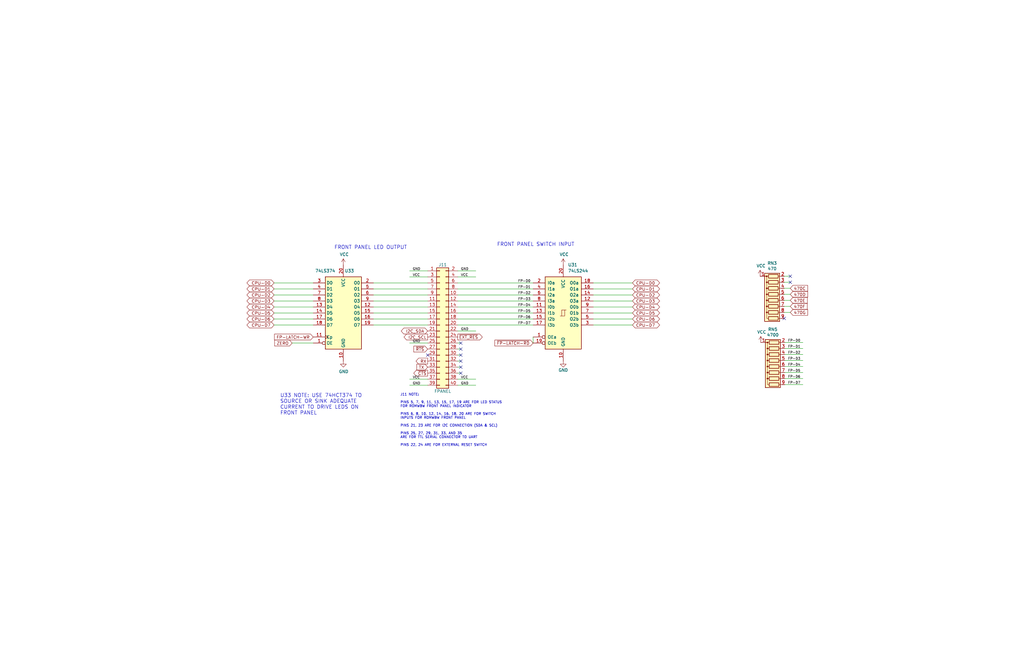
<source format=kicad_sch>
(kicad_sch (version 20211123) (generator eeschema)

  (uuid 2340b016-b90d-432d-884f-0e4647fe9b47)

  (paper "B")

  (title_block
    (title "Duodyne 80C188 CPU board")
    (date "2024-09-14")
    (rev "V0.7")
    (comment 1 "Based on a design by John R Coffman. ")
    (comment 2 " RetroBrew Computer Group")
  )

  (lib_symbols
    (symbol "74xx:74HCT374" (in_bom yes) (on_board yes)
      (property "Reference" "U" (id 0) (at -7.62 16.51 0)
        (effects (font (size 1.27 1.27)))
      )
      (property "Value" "74HCT374" (id 1) (at -7.62 -16.51 0)
        (effects (font (size 1.27 1.27)))
      )
      (property "Footprint" "" (id 2) (at 0 0 0)
        (effects (font (size 1.27 1.27)) hide)
      )
      (property "Datasheet" "https://www.ti.com/lit/ds/symlink/cd74hct374.pdf" (id 3) (at 0 0 0)
        (effects (font (size 1.27 1.27)) hide)
      )
      (property "ki_keywords" "HCTMOS DFF DFF8 REG 3State" (id 4) (at 0 0 0)
        (effects (font (size 1.27 1.27)) hide)
      )
      (property "ki_description" "8-bit Register, 3-state outputs" (id 5) (at 0 0 0)
        (effects (font (size 1.27 1.27)) hide)
      )
      (property "ki_fp_filters" "DIP?20* SOIC?20* SO?20*" (id 6) (at 0 0 0)
        (effects (font (size 1.27 1.27)) hide)
      )
      (symbol "74HCT374_1_0"
        (pin input inverted (at -12.7 -12.7 0) (length 5.08)
          (name "OE" (effects (font (size 1.27 1.27))))
          (number "1" (effects (font (size 1.27 1.27))))
        )
        (pin power_in line (at 0 -20.32 90) (length 5.08)
          (name "GND" (effects (font (size 1.27 1.27))))
          (number "10" (effects (font (size 1.27 1.27))))
        )
        (pin input clock (at -12.7 -10.16 0) (length 5.08)
          (name "Cp" (effects (font (size 1.27 1.27))))
          (number "11" (effects (font (size 1.27 1.27))))
        )
        (pin tri_state line (at 12.7 2.54 180) (length 5.08)
          (name "O4" (effects (font (size 1.27 1.27))))
          (number "12" (effects (font (size 1.27 1.27))))
        )
        (pin input line (at -12.7 2.54 0) (length 5.08)
          (name "D4" (effects (font (size 1.27 1.27))))
          (number "13" (effects (font (size 1.27 1.27))))
        )
        (pin input line (at -12.7 0 0) (length 5.08)
          (name "D5" (effects (font (size 1.27 1.27))))
          (number "14" (effects (font (size 1.27 1.27))))
        )
        (pin tri_state line (at 12.7 0 180) (length 5.08)
          (name "O5" (effects (font (size 1.27 1.27))))
          (number "15" (effects (font (size 1.27 1.27))))
        )
        (pin tri_state line (at 12.7 -2.54 180) (length 5.08)
          (name "O6" (effects (font (size 1.27 1.27))))
          (number "16" (effects (font (size 1.27 1.27))))
        )
        (pin input line (at -12.7 -2.54 0) (length 5.08)
          (name "D6" (effects (font (size 1.27 1.27))))
          (number "17" (effects (font (size 1.27 1.27))))
        )
        (pin input line (at -12.7 -5.08 0) (length 5.08)
          (name "D7" (effects (font (size 1.27 1.27))))
          (number "18" (effects (font (size 1.27 1.27))))
        )
        (pin tri_state line (at 12.7 -5.08 180) (length 5.08)
          (name "O7" (effects (font (size 1.27 1.27))))
          (number "19" (effects (font (size 1.27 1.27))))
        )
        (pin tri_state line (at 12.7 12.7 180) (length 5.08)
          (name "O0" (effects (font (size 1.27 1.27))))
          (number "2" (effects (font (size 1.27 1.27))))
        )
        (pin power_in line (at 0 20.32 270) (length 5.08)
          (name "VCC" (effects (font (size 1.27 1.27))))
          (number "20" (effects (font (size 1.27 1.27))))
        )
        (pin input line (at -12.7 12.7 0) (length 5.08)
          (name "D0" (effects (font (size 1.27 1.27))))
          (number "3" (effects (font (size 1.27 1.27))))
        )
        (pin input line (at -12.7 10.16 0) (length 5.08)
          (name "D1" (effects (font (size 1.27 1.27))))
          (number "4" (effects (font (size 1.27 1.27))))
        )
        (pin tri_state line (at 12.7 10.16 180) (length 5.08)
          (name "O1" (effects (font (size 1.27 1.27))))
          (number "5" (effects (font (size 1.27 1.27))))
        )
        (pin tri_state line (at 12.7 7.62 180) (length 5.08)
          (name "O2" (effects (font (size 1.27 1.27))))
          (number "6" (effects (font (size 1.27 1.27))))
        )
        (pin input line (at -12.7 7.62 0) (length 5.08)
          (name "D2" (effects (font (size 1.27 1.27))))
          (number "7" (effects (font (size 1.27 1.27))))
        )
        (pin input line (at -12.7 5.08 0) (length 5.08)
          (name "D3" (effects (font (size 1.27 1.27))))
          (number "8" (effects (font (size 1.27 1.27))))
        )
        (pin tri_state line (at 12.7 5.08 180) (length 5.08)
          (name "O3" (effects (font (size 1.27 1.27))))
          (number "9" (effects (font (size 1.27 1.27))))
        )
      )
      (symbol "74HCT374_1_1"
        (rectangle (start -7.62 15.24) (end 7.62 -15.24)
          (stroke (width 0.254) (type default) (color 0 0 0 0))
          (fill (type background))
        )
      )
    )
    (symbol "74xx:74LS244" (pin_names (offset 1.016)) (in_bom yes) (on_board yes)
      (property "Reference" "U" (id 0) (at -7.62 16.51 0)
        (effects (font (size 1.27 1.27)))
      )
      (property "Value" "74LS244" (id 1) (at -7.62 -16.51 0)
        (effects (font (size 1.27 1.27)))
      )
      (property "Footprint" "" (id 2) (at 0 0 0)
        (effects (font (size 1.27 1.27)) hide)
      )
      (property "Datasheet" "http://www.ti.com/lit/ds/symlink/sn74ls244.pdf" (id 3) (at 0 0 0)
        (effects (font (size 1.27 1.27)) hide)
      )
      (property "ki_keywords" "7400 logic ttl low power schottky" (id 4) (at 0 0 0)
        (effects (font (size 1.27 1.27)) hide)
      )
      (property "ki_description" "Octal Buffer and Line Driver With 3-State Output, active-low enables, non-inverting outputs" (id 5) (at 0 0 0)
        (effects (font (size 1.27 1.27)) hide)
      )
      (property "ki_fp_filters" "DIP?20*" (id 6) (at 0 0 0)
        (effects (font (size 1.27 1.27)) hide)
      )
      (symbol "74LS244_1_0"
        (polyline
          (pts
            (xy -0.635 -1.27)
            (xy -0.635 1.27)
            (xy 0.635 1.27)
          )
          (stroke (width 0) (type default) (color 0 0 0 0))
          (fill (type none))
        )
        (polyline
          (pts
            (xy -1.27 -1.27)
            (xy 0.635 -1.27)
            (xy 0.635 1.27)
            (xy 1.27 1.27)
          )
          (stroke (width 0) (type default) (color 0 0 0 0))
          (fill (type none))
        )
        (pin input inverted (at -12.7 -10.16 0) (length 5.08)
          (name "OEa" (effects (font (size 1.27 1.27))))
          (number "1" (effects (font (size 1.27 1.27))))
        )
        (pin power_in line (at 0 -20.32 90) (length 5.08)
          (name "GND" (effects (font (size 1.27 1.27))))
          (number "10" (effects (font (size 1.27 1.27))))
        )
        (pin input line (at -12.7 2.54 0) (length 5.08)
          (name "I0b" (effects (font (size 1.27 1.27))))
          (number "11" (effects (font (size 1.27 1.27))))
        )
        (pin tri_state line (at 12.7 5.08 180) (length 5.08)
          (name "O3a" (effects (font (size 1.27 1.27))))
          (number "12" (effects (font (size 1.27 1.27))))
        )
        (pin input line (at -12.7 0 0) (length 5.08)
          (name "I1b" (effects (font (size 1.27 1.27))))
          (number "13" (effects (font (size 1.27 1.27))))
        )
        (pin tri_state line (at 12.7 7.62 180) (length 5.08)
          (name "O2a" (effects (font (size 1.27 1.27))))
          (number "14" (effects (font (size 1.27 1.27))))
        )
        (pin input line (at -12.7 -2.54 0) (length 5.08)
          (name "I2b" (effects (font (size 1.27 1.27))))
          (number "15" (effects (font (size 1.27 1.27))))
        )
        (pin tri_state line (at 12.7 10.16 180) (length 5.08)
          (name "O1a" (effects (font (size 1.27 1.27))))
          (number "16" (effects (font (size 1.27 1.27))))
        )
        (pin input line (at -12.7 -5.08 0) (length 5.08)
          (name "I3b" (effects (font (size 1.27 1.27))))
          (number "17" (effects (font (size 1.27 1.27))))
        )
        (pin tri_state line (at 12.7 12.7 180) (length 5.08)
          (name "O0a" (effects (font (size 1.27 1.27))))
          (number "18" (effects (font (size 1.27 1.27))))
        )
        (pin input inverted (at -12.7 -12.7 0) (length 5.08)
          (name "OEb" (effects (font (size 1.27 1.27))))
          (number "19" (effects (font (size 1.27 1.27))))
        )
        (pin input line (at -12.7 12.7 0) (length 5.08)
          (name "I0a" (effects (font (size 1.27 1.27))))
          (number "2" (effects (font (size 1.27 1.27))))
        )
        (pin power_in line (at 0 20.32 270) (length 5.08)
          (name "VCC" (effects (font (size 1.27 1.27))))
          (number "20" (effects (font (size 1.27 1.27))))
        )
        (pin tri_state line (at 12.7 -5.08 180) (length 5.08)
          (name "O3b" (effects (font (size 1.27 1.27))))
          (number "3" (effects (font (size 1.27 1.27))))
        )
        (pin input line (at -12.7 10.16 0) (length 5.08)
          (name "I1a" (effects (font (size 1.27 1.27))))
          (number "4" (effects (font (size 1.27 1.27))))
        )
        (pin tri_state line (at 12.7 -2.54 180) (length 5.08)
          (name "O2b" (effects (font (size 1.27 1.27))))
          (number "5" (effects (font (size 1.27 1.27))))
        )
        (pin input line (at -12.7 7.62 0) (length 5.08)
          (name "I2a" (effects (font (size 1.27 1.27))))
          (number "6" (effects (font (size 1.27 1.27))))
        )
        (pin tri_state line (at 12.7 0 180) (length 5.08)
          (name "O1b" (effects (font (size 1.27 1.27))))
          (number "7" (effects (font (size 1.27 1.27))))
        )
        (pin input line (at -12.7 5.08 0) (length 5.08)
          (name "I3a" (effects (font (size 1.27 1.27))))
          (number "8" (effects (font (size 1.27 1.27))))
        )
        (pin tri_state line (at 12.7 2.54 180) (length 5.08)
          (name "O0b" (effects (font (size 1.27 1.27))))
          (number "9" (effects (font (size 1.27 1.27))))
        )
      )
      (symbol "74LS244_1_1"
        (rectangle (start -7.62 15.24) (end 7.62 -15.24)
          (stroke (width 0.254) (type default) (color 0 0 0 0))
          (fill (type background))
        )
      )
    )
    (symbol "Connector_Generic:Conn_02x20_Odd_Even" (pin_names (offset 1.016) hide) (in_bom yes) (on_board yes)
      (property "Reference" "J" (id 0) (at 1.27 25.4 0)
        (effects (font (size 1.27 1.27)))
      )
      (property "Value" "Conn_02x20_Odd_Even" (id 1) (at 1.27 -27.94 0)
        (effects (font (size 1.27 1.27)))
      )
      (property "Footprint" "" (id 2) (at 0 0 0)
        (effects (font (size 1.27 1.27)) hide)
      )
      (property "Datasheet" "~" (id 3) (at 0 0 0)
        (effects (font (size 1.27 1.27)) hide)
      )
      (property "ki_keywords" "connector" (id 4) (at 0 0 0)
        (effects (font (size 1.27 1.27)) hide)
      )
      (property "ki_description" "Generic connector, double row, 02x20, odd/even pin numbering scheme (row 1 odd numbers, row 2 even numbers), script generated (kicad-library-utils/schlib/autogen/connector/)" (id 5) (at 0 0 0)
        (effects (font (size 1.27 1.27)) hide)
      )
      (property "ki_fp_filters" "Connector*:*_2x??_*" (id 6) (at 0 0 0)
        (effects (font (size 1.27 1.27)) hide)
      )
      (symbol "Conn_02x20_Odd_Even_1_1"
        (rectangle (start -1.27 -25.273) (end 0 -25.527)
          (stroke (width 0.1524) (type default) (color 0 0 0 0))
          (fill (type none))
        )
        (rectangle (start -1.27 -22.733) (end 0 -22.987)
          (stroke (width 0.1524) (type default) (color 0 0 0 0))
          (fill (type none))
        )
        (rectangle (start -1.27 -20.193) (end 0 -20.447)
          (stroke (width 0.1524) (type default) (color 0 0 0 0))
          (fill (type none))
        )
        (rectangle (start -1.27 -17.653) (end 0 -17.907)
          (stroke (width 0.1524) (type default) (color 0 0 0 0))
          (fill (type none))
        )
        (rectangle (start -1.27 -15.113) (end 0 -15.367)
          (stroke (width 0.1524) (type default) (color 0 0 0 0))
          (fill (type none))
        )
        (rectangle (start -1.27 -12.573) (end 0 -12.827)
          (stroke (width 0.1524) (type default) (color 0 0 0 0))
          (fill (type none))
        )
        (rectangle (start -1.27 -10.033) (end 0 -10.287)
          (stroke (width 0.1524) (type default) (color 0 0 0 0))
          (fill (type none))
        )
        (rectangle (start -1.27 -7.493) (end 0 -7.747)
          (stroke (width 0.1524) (type default) (color 0 0 0 0))
          (fill (type none))
        )
        (rectangle (start -1.27 -4.953) (end 0 -5.207)
          (stroke (width 0.1524) (type default) (color 0 0 0 0))
          (fill (type none))
        )
        (rectangle (start -1.27 -2.413) (end 0 -2.667)
          (stroke (width 0.1524) (type default) (color 0 0 0 0))
          (fill (type none))
        )
        (rectangle (start -1.27 0.127) (end 0 -0.127)
          (stroke (width 0.1524) (type default) (color 0 0 0 0))
          (fill (type none))
        )
        (rectangle (start -1.27 2.667) (end 0 2.413)
          (stroke (width 0.1524) (type default) (color 0 0 0 0))
          (fill (type none))
        )
        (rectangle (start -1.27 5.207) (end 0 4.953)
          (stroke (width 0.1524) (type default) (color 0 0 0 0))
          (fill (type none))
        )
        (rectangle (start -1.27 7.747) (end 0 7.493)
          (stroke (width 0.1524) (type default) (color 0 0 0 0))
          (fill (type none))
        )
        (rectangle (start -1.27 10.287) (end 0 10.033)
          (stroke (width 0.1524) (type default) (color 0 0 0 0))
          (fill (type none))
        )
        (rectangle (start -1.27 12.827) (end 0 12.573)
          (stroke (width 0.1524) (type default) (color 0 0 0 0))
          (fill (type none))
        )
        (rectangle (start -1.27 15.367) (end 0 15.113)
          (stroke (width 0.1524) (type default) (color 0 0 0 0))
          (fill (type none))
        )
        (rectangle (start -1.27 17.907) (end 0 17.653)
          (stroke (width 0.1524) (type default) (color 0 0 0 0))
          (fill (type none))
        )
        (rectangle (start -1.27 20.447) (end 0 20.193)
          (stroke (width 0.1524) (type default) (color 0 0 0 0))
          (fill (type none))
        )
        (rectangle (start -1.27 22.987) (end 0 22.733)
          (stroke (width 0.1524) (type default) (color 0 0 0 0))
          (fill (type none))
        )
        (rectangle (start -1.27 24.13) (end 3.81 -26.67)
          (stroke (width 0.254) (type default) (color 0 0 0 0))
          (fill (type background))
        )
        (rectangle (start 3.81 -25.273) (end 2.54 -25.527)
          (stroke (width 0.1524) (type default) (color 0 0 0 0))
          (fill (type none))
        )
        (rectangle (start 3.81 -22.733) (end 2.54 -22.987)
          (stroke (width 0.1524) (type default) (color 0 0 0 0))
          (fill (type none))
        )
        (rectangle (start 3.81 -20.193) (end 2.54 -20.447)
          (stroke (width 0.1524) (type default) (color 0 0 0 0))
          (fill (type none))
        )
        (rectangle (start 3.81 -17.653) (end 2.54 -17.907)
          (stroke (width 0.1524) (type default) (color 0 0 0 0))
          (fill (type none))
        )
        (rectangle (start 3.81 -15.113) (end 2.54 -15.367)
          (stroke (width 0.1524) (type default) (color 0 0 0 0))
          (fill (type none))
        )
        (rectangle (start 3.81 -12.573) (end 2.54 -12.827)
          (stroke (width 0.1524) (type default) (color 0 0 0 0))
          (fill (type none))
        )
        (rectangle (start 3.81 -10.033) (end 2.54 -10.287)
          (stroke (width 0.1524) (type default) (color 0 0 0 0))
          (fill (type none))
        )
        (rectangle (start 3.81 -7.493) (end 2.54 -7.747)
          (stroke (width 0.1524) (type default) (color 0 0 0 0))
          (fill (type none))
        )
        (rectangle (start 3.81 -4.953) (end 2.54 -5.207)
          (stroke (width 0.1524) (type default) (color 0 0 0 0))
          (fill (type none))
        )
        (rectangle (start 3.81 -2.413) (end 2.54 -2.667)
          (stroke (width 0.1524) (type default) (color 0 0 0 0))
          (fill (type none))
        )
        (rectangle (start 3.81 0.127) (end 2.54 -0.127)
          (stroke (width 0.1524) (type default) (color 0 0 0 0))
          (fill (type none))
        )
        (rectangle (start 3.81 2.667) (end 2.54 2.413)
          (stroke (width 0.1524) (type default) (color 0 0 0 0))
          (fill (type none))
        )
        (rectangle (start 3.81 5.207) (end 2.54 4.953)
          (stroke (width 0.1524) (type default) (color 0 0 0 0))
          (fill (type none))
        )
        (rectangle (start 3.81 7.747) (end 2.54 7.493)
          (stroke (width 0.1524) (type default) (color 0 0 0 0))
          (fill (type none))
        )
        (rectangle (start 3.81 10.287) (end 2.54 10.033)
          (stroke (width 0.1524) (type default) (color 0 0 0 0))
          (fill (type none))
        )
        (rectangle (start 3.81 12.827) (end 2.54 12.573)
          (stroke (width 0.1524) (type default) (color 0 0 0 0))
          (fill (type none))
        )
        (rectangle (start 3.81 15.367) (end 2.54 15.113)
          (stroke (width 0.1524) (type default) (color 0 0 0 0))
          (fill (type none))
        )
        (rectangle (start 3.81 17.907) (end 2.54 17.653)
          (stroke (width 0.1524) (type default) (color 0 0 0 0))
          (fill (type none))
        )
        (rectangle (start 3.81 20.447) (end 2.54 20.193)
          (stroke (width 0.1524) (type default) (color 0 0 0 0))
          (fill (type none))
        )
        (rectangle (start 3.81 22.987) (end 2.54 22.733)
          (stroke (width 0.1524) (type default) (color 0 0 0 0))
          (fill (type none))
        )
        (pin passive line (at -5.08 22.86 0) (length 3.81)
          (name "Pin_1" (effects (font (size 1.27 1.27))))
          (number "1" (effects (font (size 1.27 1.27))))
        )
        (pin passive line (at 7.62 12.7 180) (length 3.81)
          (name "Pin_10" (effects (font (size 1.27 1.27))))
          (number "10" (effects (font (size 1.27 1.27))))
        )
        (pin passive line (at -5.08 10.16 0) (length 3.81)
          (name "Pin_11" (effects (font (size 1.27 1.27))))
          (number "11" (effects (font (size 1.27 1.27))))
        )
        (pin passive line (at 7.62 10.16 180) (length 3.81)
          (name "Pin_12" (effects (font (size 1.27 1.27))))
          (number "12" (effects (font (size 1.27 1.27))))
        )
        (pin passive line (at -5.08 7.62 0) (length 3.81)
          (name "Pin_13" (effects (font (size 1.27 1.27))))
          (number "13" (effects (font (size 1.27 1.27))))
        )
        (pin passive line (at 7.62 7.62 180) (length 3.81)
          (name "Pin_14" (effects (font (size 1.27 1.27))))
          (number "14" (effects (font (size 1.27 1.27))))
        )
        (pin passive line (at -5.08 5.08 0) (length 3.81)
          (name "Pin_15" (effects (font (size 1.27 1.27))))
          (number "15" (effects (font (size 1.27 1.27))))
        )
        (pin passive line (at 7.62 5.08 180) (length 3.81)
          (name "Pin_16" (effects (font (size 1.27 1.27))))
          (number "16" (effects (font (size 1.27 1.27))))
        )
        (pin passive line (at -5.08 2.54 0) (length 3.81)
          (name "Pin_17" (effects (font (size 1.27 1.27))))
          (number "17" (effects (font (size 1.27 1.27))))
        )
        (pin passive line (at 7.62 2.54 180) (length 3.81)
          (name "Pin_18" (effects (font (size 1.27 1.27))))
          (number "18" (effects (font (size 1.27 1.27))))
        )
        (pin passive line (at -5.08 0 0) (length 3.81)
          (name "Pin_19" (effects (font (size 1.27 1.27))))
          (number "19" (effects (font (size 1.27 1.27))))
        )
        (pin passive line (at 7.62 22.86 180) (length 3.81)
          (name "Pin_2" (effects (font (size 1.27 1.27))))
          (number "2" (effects (font (size 1.27 1.27))))
        )
        (pin passive line (at 7.62 0 180) (length 3.81)
          (name "Pin_20" (effects (font (size 1.27 1.27))))
          (number "20" (effects (font (size 1.27 1.27))))
        )
        (pin passive line (at -5.08 -2.54 0) (length 3.81)
          (name "Pin_21" (effects (font (size 1.27 1.27))))
          (number "21" (effects (font (size 1.27 1.27))))
        )
        (pin passive line (at 7.62 -2.54 180) (length 3.81)
          (name "Pin_22" (effects (font (size 1.27 1.27))))
          (number "22" (effects (font (size 1.27 1.27))))
        )
        (pin passive line (at -5.08 -5.08 0) (length 3.81)
          (name "Pin_23" (effects (font (size 1.27 1.27))))
          (number "23" (effects (font (size 1.27 1.27))))
        )
        (pin passive line (at 7.62 -5.08 180) (length 3.81)
          (name "Pin_24" (effects (font (size 1.27 1.27))))
          (number "24" (effects (font (size 1.27 1.27))))
        )
        (pin passive line (at -5.08 -7.62 0) (length 3.81)
          (name "Pin_25" (effects (font (size 1.27 1.27))))
          (number "25" (effects (font (size 1.27 1.27))))
        )
        (pin passive line (at 7.62 -7.62 180) (length 3.81)
          (name "Pin_26" (effects (font (size 1.27 1.27))))
          (number "26" (effects (font (size 1.27 1.27))))
        )
        (pin passive line (at -5.08 -10.16 0) (length 3.81)
          (name "Pin_27" (effects (font (size 1.27 1.27))))
          (number "27" (effects (font (size 1.27 1.27))))
        )
        (pin passive line (at 7.62 -10.16 180) (length 3.81)
          (name "Pin_28" (effects (font (size 1.27 1.27))))
          (number "28" (effects (font (size 1.27 1.27))))
        )
        (pin passive line (at -5.08 -12.7 0) (length 3.81)
          (name "Pin_29" (effects (font (size 1.27 1.27))))
          (number "29" (effects (font (size 1.27 1.27))))
        )
        (pin passive line (at -5.08 20.32 0) (length 3.81)
          (name "Pin_3" (effects (font (size 1.27 1.27))))
          (number "3" (effects (font (size 1.27 1.27))))
        )
        (pin passive line (at 7.62 -12.7 180) (length 3.81)
          (name "Pin_30" (effects (font (size 1.27 1.27))))
          (number "30" (effects (font (size 1.27 1.27))))
        )
        (pin passive line (at -5.08 -15.24 0) (length 3.81)
          (name "Pin_31" (effects (font (size 1.27 1.27))))
          (number "31" (effects (font (size 1.27 1.27))))
        )
        (pin passive line (at 7.62 -15.24 180) (length 3.81)
          (name "Pin_32" (effects (font (size 1.27 1.27))))
          (number "32" (effects (font (size 1.27 1.27))))
        )
        (pin passive line (at -5.08 -17.78 0) (length 3.81)
          (name "Pin_33" (effects (font (size 1.27 1.27))))
          (number "33" (effects (font (size 1.27 1.27))))
        )
        (pin passive line (at 7.62 -17.78 180) (length 3.81)
          (name "Pin_34" (effects (font (size 1.27 1.27))))
          (number "34" (effects (font (size 1.27 1.27))))
        )
        (pin passive line (at -5.08 -20.32 0) (length 3.81)
          (name "Pin_35" (effects (font (size 1.27 1.27))))
          (number "35" (effects (font (size 1.27 1.27))))
        )
        (pin passive line (at 7.62 -20.32 180) (length 3.81)
          (name "Pin_36" (effects (font (size 1.27 1.27))))
          (number "36" (effects (font (size 1.27 1.27))))
        )
        (pin passive line (at -5.08 -22.86 0) (length 3.81)
          (name "Pin_37" (effects (font (size 1.27 1.27))))
          (number "37" (effects (font (size 1.27 1.27))))
        )
        (pin passive line (at 7.62 -22.86 180) (length 3.81)
          (name "Pin_38" (effects (font (size 1.27 1.27))))
          (number "38" (effects (font (size 1.27 1.27))))
        )
        (pin passive line (at -5.08 -25.4 0) (length 3.81)
          (name "Pin_39" (effects (font (size 1.27 1.27))))
          (number "39" (effects (font (size 1.27 1.27))))
        )
        (pin passive line (at 7.62 20.32 180) (length 3.81)
          (name "Pin_4" (effects (font (size 1.27 1.27))))
          (number "4" (effects (font (size 1.27 1.27))))
        )
        (pin passive line (at 7.62 -25.4 180) (length 3.81)
          (name "Pin_40" (effects (font (size 1.27 1.27))))
          (number "40" (effects (font (size 1.27 1.27))))
        )
        (pin passive line (at -5.08 17.78 0) (length 3.81)
          (name "Pin_5" (effects (font (size 1.27 1.27))))
          (number "5" (effects (font (size 1.27 1.27))))
        )
        (pin passive line (at 7.62 17.78 180) (length 3.81)
          (name "Pin_6" (effects (font (size 1.27 1.27))))
          (number "6" (effects (font (size 1.27 1.27))))
        )
        (pin passive line (at -5.08 15.24 0) (length 3.81)
          (name "Pin_7" (effects (font (size 1.27 1.27))))
          (number "7" (effects (font (size 1.27 1.27))))
        )
        (pin passive line (at 7.62 15.24 180) (length 3.81)
          (name "Pin_8" (effects (font (size 1.27 1.27))))
          (number "8" (effects (font (size 1.27 1.27))))
        )
        (pin passive line (at -5.08 12.7 0) (length 3.81)
          (name "Pin_9" (effects (font (size 1.27 1.27))))
          (number "9" (effects (font (size 1.27 1.27))))
        )
      )
    )
    (symbol "Device:R_Network08" (pin_names (offset 0) hide) (in_bom yes) (on_board yes)
      (property "Reference" "RN" (id 0) (at -12.7 0 90)
        (effects (font (size 1.27 1.27)))
      )
      (property "Value" "R_Network08" (id 1) (at 10.16 0 90)
        (effects (font (size 1.27 1.27)))
      )
      (property "Footprint" "Resistor_THT:R_Array_SIP9" (id 2) (at 12.065 0 90)
        (effects (font (size 1.27 1.27)) hide)
      )
      (property "Datasheet" "http://www.vishay.com/docs/31509/csc.pdf" (id 3) (at 0 0 0)
        (effects (font (size 1.27 1.27)) hide)
      )
      (property "ki_keywords" "R network star-topology" (id 4) (at 0 0 0)
        (effects (font (size 1.27 1.27)) hide)
      )
      (property "ki_description" "8 resistor network, star topology, bussed resistors, small symbol" (id 5) (at 0 0 0)
        (effects (font (size 1.27 1.27)) hide)
      )
      (property "ki_fp_filters" "R?Array?SIP*" (id 6) (at 0 0 0)
        (effects (font (size 1.27 1.27)) hide)
      )
      (symbol "R_Network08_0_1"
        (rectangle (start -11.43 -3.175) (end 8.89 3.175)
          (stroke (width 0.254) (type default) (color 0 0 0 0))
          (fill (type background))
        )
        (rectangle (start -10.922 1.524) (end -9.398 -2.54)
          (stroke (width 0.254) (type default) (color 0 0 0 0))
          (fill (type none))
        )
        (circle (center -10.16 2.286) (radius 0.254)
          (stroke (width 0) (type default) (color 0 0 0 0))
          (fill (type outline))
        )
        (rectangle (start -8.382 1.524) (end -6.858 -2.54)
          (stroke (width 0.254) (type default) (color 0 0 0 0))
          (fill (type none))
        )
        (circle (center -7.62 2.286) (radius 0.254)
          (stroke (width 0) (type default) (color 0 0 0 0))
          (fill (type outline))
        )
        (rectangle (start -5.842 1.524) (end -4.318 -2.54)
          (stroke (width 0.254) (type default) (color 0 0 0 0))
          (fill (type none))
        )
        (circle (center -5.08 2.286) (radius 0.254)
          (stroke (width 0) (type default) (color 0 0 0 0))
          (fill (type outline))
        )
        (rectangle (start -3.302 1.524) (end -1.778 -2.54)
          (stroke (width 0.254) (type default) (color 0 0 0 0))
          (fill (type none))
        )
        (circle (center -2.54 2.286) (radius 0.254)
          (stroke (width 0) (type default) (color 0 0 0 0))
          (fill (type outline))
        )
        (rectangle (start -0.762 1.524) (end 0.762 -2.54)
          (stroke (width 0.254) (type default) (color 0 0 0 0))
          (fill (type none))
        )
        (polyline
          (pts
            (xy -10.16 -2.54)
            (xy -10.16 -3.81)
          )
          (stroke (width 0) (type default) (color 0 0 0 0))
          (fill (type none))
        )
        (polyline
          (pts
            (xy -7.62 -2.54)
            (xy -7.62 -3.81)
          )
          (stroke (width 0) (type default) (color 0 0 0 0))
          (fill (type none))
        )
        (polyline
          (pts
            (xy -5.08 -2.54)
            (xy -5.08 -3.81)
          )
          (stroke (width 0) (type default) (color 0 0 0 0))
          (fill (type none))
        )
        (polyline
          (pts
            (xy -2.54 -2.54)
            (xy -2.54 -3.81)
          )
          (stroke (width 0) (type default) (color 0 0 0 0))
          (fill (type none))
        )
        (polyline
          (pts
            (xy 0 -2.54)
            (xy 0 -3.81)
          )
          (stroke (width 0) (type default) (color 0 0 0 0))
          (fill (type none))
        )
        (polyline
          (pts
            (xy 2.54 -2.54)
            (xy 2.54 -3.81)
          )
          (stroke (width 0) (type default) (color 0 0 0 0))
          (fill (type none))
        )
        (polyline
          (pts
            (xy 5.08 -2.54)
            (xy 5.08 -3.81)
          )
          (stroke (width 0) (type default) (color 0 0 0 0))
          (fill (type none))
        )
        (polyline
          (pts
            (xy 7.62 -2.54)
            (xy 7.62 -3.81)
          )
          (stroke (width 0) (type default) (color 0 0 0 0))
          (fill (type none))
        )
        (polyline
          (pts
            (xy -10.16 1.524)
            (xy -10.16 2.286)
            (xy -7.62 2.286)
            (xy -7.62 1.524)
          )
          (stroke (width 0) (type default) (color 0 0 0 0))
          (fill (type none))
        )
        (polyline
          (pts
            (xy -7.62 1.524)
            (xy -7.62 2.286)
            (xy -5.08 2.286)
            (xy -5.08 1.524)
          )
          (stroke (width 0) (type default) (color 0 0 0 0))
          (fill (type none))
        )
        (polyline
          (pts
            (xy -5.08 1.524)
            (xy -5.08 2.286)
            (xy -2.54 2.286)
            (xy -2.54 1.524)
          )
          (stroke (width 0) (type default) (color 0 0 0 0))
          (fill (type none))
        )
        (polyline
          (pts
            (xy -2.54 1.524)
            (xy -2.54 2.286)
            (xy 0 2.286)
            (xy 0 1.524)
          )
          (stroke (width 0) (type default) (color 0 0 0 0))
          (fill (type none))
        )
        (polyline
          (pts
            (xy 0 1.524)
            (xy 0 2.286)
            (xy 2.54 2.286)
            (xy 2.54 1.524)
          )
          (stroke (width 0) (type default) (color 0 0 0 0))
          (fill (type none))
        )
        (polyline
          (pts
            (xy 2.54 1.524)
            (xy 2.54 2.286)
            (xy 5.08 2.286)
            (xy 5.08 1.524)
          )
          (stroke (width 0) (type default) (color 0 0 0 0))
          (fill (type none))
        )
        (polyline
          (pts
            (xy 5.08 1.524)
            (xy 5.08 2.286)
            (xy 7.62 2.286)
            (xy 7.62 1.524)
          )
          (stroke (width 0) (type default) (color 0 0 0 0))
          (fill (type none))
        )
        (circle (center 0 2.286) (radius 0.254)
          (stroke (width 0) (type default) (color 0 0 0 0))
          (fill (type outline))
        )
        (rectangle (start 1.778 1.524) (end 3.302 -2.54)
          (stroke (width 0.254) (type default) (color 0 0 0 0))
          (fill (type none))
        )
        (circle (center 2.54 2.286) (radius 0.254)
          (stroke (width 0) (type default) (color 0 0 0 0))
          (fill (type outline))
        )
        (rectangle (start 4.318 1.524) (end 5.842 -2.54)
          (stroke (width 0.254) (type default) (color 0 0 0 0))
          (fill (type none))
        )
        (circle (center 5.08 2.286) (radius 0.254)
          (stroke (width 0) (type default) (color 0 0 0 0))
          (fill (type outline))
        )
        (rectangle (start 6.858 1.524) (end 8.382 -2.54)
          (stroke (width 0.254) (type default) (color 0 0 0 0))
          (fill (type none))
        )
      )
      (symbol "R_Network08_1_1"
        (pin passive line (at -10.16 5.08 270) (length 2.54)
          (name "common" (effects (font (size 1.27 1.27))))
          (number "1" (effects (font (size 1.27 1.27))))
        )
        (pin passive line (at -10.16 -5.08 90) (length 1.27)
          (name "R1" (effects (font (size 1.27 1.27))))
          (number "2" (effects (font (size 1.27 1.27))))
        )
        (pin passive line (at -7.62 -5.08 90) (length 1.27)
          (name "R2" (effects (font (size 1.27 1.27))))
          (number "3" (effects (font (size 1.27 1.27))))
        )
        (pin passive line (at -5.08 -5.08 90) (length 1.27)
          (name "R3" (effects (font (size 1.27 1.27))))
          (number "4" (effects (font (size 1.27 1.27))))
        )
        (pin passive line (at -2.54 -5.08 90) (length 1.27)
          (name "R4" (effects (font (size 1.27 1.27))))
          (number "5" (effects (font (size 1.27 1.27))))
        )
        (pin passive line (at 0 -5.08 90) (length 1.27)
          (name "R5" (effects (font (size 1.27 1.27))))
          (number "6" (effects (font (size 1.27 1.27))))
        )
        (pin passive line (at 2.54 -5.08 90) (length 1.27)
          (name "R6" (effects (font (size 1.27 1.27))))
          (number "7" (effects (font (size 1.27 1.27))))
        )
        (pin passive line (at 5.08 -5.08 90) (length 1.27)
          (name "R7" (effects (font (size 1.27 1.27))))
          (number "8" (effects (font (size 1.27 1.27))))
        )
        (pin passive line (at 7.62 -5.08 90) (length 1.27)
          (name "R8" (effects (font (size 1.27 1.27))))
          (number "9" (effects (font (size 1.27 1.27))))
        )
      )
    )
    (symbol "power:GND" (power) (pin_names (offset 0)) (in_bom yes) (on_board yes)
      (property "Reference" "#PWR" (id 0) (at 0 -6.35 0)
        (effects (font (size 1.27 1.27)) hide)
      )
      (property "Value" "GND" (id 1) (at 0 -3.81 0)
        (effects (font (size 1.27 1.27)))
      )
      (property "Footprint" "" (id 2) (at 0 0 0)
        (effects (font (size 1.27 1.27)) hide)
      )
      (property "Datasheet" "" (id 3) (at 0 0 0)
        (effects (font (size 1.27 1.27)) hide)
      )
      (property "ki_keywords" "global power" (id 4) (at 0 0 0)
        (effects (font (size 1.27 1.27)) hide)
      )
      (property "ki_description" "Power symbol creates a global label with name \"GND\" , ground" (id 5) (at 0 0 0)
        (effects (font (size 1.27 1.27)) hide)
      )
      (symbol "GND_0_1"
        (polyline
          (pts
            (xy 0 0)
            (xy 0 -1.27)
            (xy 1.27 -1.27)
            (xy 0 -2.54)
            (xy -1.27 -1.27)
            (xy 0 -1.27)
          )
          (stroke (width 0) (type default) (color 0 0 0 0))
          (fill (type none))
        )
      )
      (symbol "GND_1_1"
        (pin power_in line (at 0 0 270) (length 0) hide
          (name "GND" (effects (font (size 1.27 1.27))))
          (number "1" (effects (font (size 1.27 1.27))))
        )
      )
    )
    (symbol "power:VCC" (power) (pin_names (offset 0)) (in_bom yes) (on_board yes)
      (property "Reference" "#PWR" (id 0) (at 0 -3.81 0)
        (effects (font (size 1.27 1.27)) hide)
      )
      (property "Value" "VCC" (id 1) (at 0 3.81 0)
        (effects (font (size 1.27 1.27)))
      )
      (property "Footprint" "" (id 2) (at 0 0 0)
        (effects (font (size 1.27 1.27)) hide)
      )
      (property "Datasheet" "" (id 3) (at 0 0 0)
        (effects (font (size 1.27 1.27)) hide)
      )
      (property "ki_keywords" "global power" (id 4) (at 0 0 0)
        (effects (font (size 1.27 1.27)) hide)
      )
      (property "ki_description" "Power symbol creates a global label with name \"VCC\"" (id 5) (at 0 0 0)
        (effects (font (size 1.27 1.27)) hide)
      )
      (symbol "VCC_0_1"
        (polyline
          (pts
            (xy -0.762 1.27)
            (xy 0 2.54)
          )
          (stroke (width 0) (type default) (color 0 0 0 0))
          (fill (type none))
        )
        (polyline
          (pts
            (xy 0 0)
            (xy 0 2.54)
          )
          (stroke (width 0) (type default) (color 0 0 0 0))
          (fill (type none))
        )
        (polyline
          (pts
            (xy 0 2.54)
            (xy 0.762 1.27)
          )
          (stroke (width 0) (type default) (color 0 0 0 0))
          (fill (type none))
        )
      )
      (symbol "VCC_1_1"
        (pin power_in line (at 0 0 90) (length 0) hide
          (name "VCC" (effects (font (size 1.27 1.27))))
          (number "1" (effects (font (size 1.27 1.27))))
        )
      )
    )
  )


  (no_connect (at 333.248 116.586) (uuid 1de02e1d-d4a0-4fd5-9bb7-c68c3e8cc10a))
  (no_connect (at 194.31 154.94) (uuid 246a8986-19c5-47df-bd1f-c1009a3be19b))
  (no_connect (at 194.31 152.4) (uuid 3829f62a-168f-4fa4-8e08-79360ecc2b3a))
  (no_connect (at 194.31 149.86) (uuid 4b53a68a-cc37-4ff2-bd76-40761f4dd01b))
  (no_connect (at 194.31 157.48) (uuid 71d26866-997e-4f98-9680-d7a8090410dc))
  (no_connect (at 330.6826 134.366) (uuid 842314ad-8b49-456b-ab27-9dadff9f727e))
  (no_connect (at 194.31 144.78) (uuid 88c73b92-3021-41d4-af7f-4abf8beb4ab3))
  (no_connect (at 180.34 149.86) (uuid a7273db8-6a8a-4325-9840-d14aaccddd92))
  (no_connect (at 194.31 147.32) (uuid a9eecbe2-3102-4e32-9cf1-4c488058fb9b))
  (no_connect (at 333.248 119.126) (uuid d49047a9-aa9b-4a77-9e31-f3c1e25ba55a))

  (wire (pts (xy 193.04 114.3) (xy 200.66 114.3))
    (stroke (width 0) (type default) (color 0 0 0 0))
    (uuid 00d5019e-dad5-438c-bb22-dc6eb57aead2)
  )
  (wire (pts (xy 115.57 127) (xy 132.08 127))
    (stroke (width 0) (type default) (color 0 0 0 0))
    (uuid 0190f522-686b-459e-92bd-09c57b9cbd93)
  )
  (wire (pts (xy 330.962 152.146) (xy 338.582 152.146))
    (stroke (width 0) (type default) (color 0 0 0 0))
    (uuid 027ef838-367d-479d-aa5b-59398e12def7)
  )
  (wire (pts (xy 330.962 154.686) (xy 338.582 154.686))
    (stroke (width 0) (type default) (color 0 0 0 0))
    (uuid 066126d0-78a4-4050-873d-8b2e2c8ca89b)
  )
  (wire (pts (xy 250.19 121.92) (xy 266.7 121.92))
    (stroke (width 0) (type default) (color 0 0 0 0))
    (uuid 0af714a7-c28b-4b28-9ae3-19ed7e503040)
  )
  (wire (pts (xy 193.04 121.92) (xy 224.79 121.92))
    (stroke (width 0) (type default) (color 0 0 0 0))
    (uuid 0d0282e6-d1dc-4beb-a644-bca4425abd40)
  )
  (wire (pts (xy 157.48 134.62) (xy 180.34 134.62))
    (stroke (width 0) (type default) (color 0 0 0 0))
    (uuid 0f45e4e1-08f0-421a-8bfe-37b29c6de6c9)
  )
  (wire (pts (xy 115.57 134.62) (xy 132.08 134.62))
    (stroke (width 0) (type default) (color 0 0 0 0))
    (uuid 1512ccb7-32ae-406a-b12a-b847cd59eaa2)
  )
  (wire (pts (xy 193.04 124.46) (xy 224.79 124.46))
    (stroke (width 0) (type default) (color 0 0 0 0))
    (uuid 16d725b1-5c33-46d3-9b29-8cf402afdb8d)
  )
  (wire (pts (xy 224.79 142.24) (xy 224.79 144.78))
    (stroke (width 0) (type default) (color 0 0 0 0))
    (uuid 25922ea1-f77b-420a-a8d6-e27c37e14614)
  )
  (wire (pts (xy 172.72 160.02) (xy 180.34 160.02))
    (stroke (width 0) (type default) (color 0 0 0 0))
    (uuid 25995916-0065-42cc-92c1-21882e1d6aad)
  )
  (wire (pts (xy 172.72 162.56) (xy 180.34 162.56))
    (stroke (width 0) (type default) (color 0 0 0 0))
    (uuid 270506b0-0761-4803-a9db-92d4eabb999e)
  )
  (wire (pts (xy 172.72 114.3) (xy 180.34 114.3))
    (stroke (width 0) (type default) (color 0 0 0 0))
    (uuid 29cdba36-d177-44b0-9e3d-96ecc1d7f050)
  )
  (wire (pts (xy 193.04 119.38) (xy 224.79 119.38))
    (stroke (width 0) (type default) (color 0 0 0 0))
    (uuid 2fbcb071-663f-43a0-b237-df851233cff0)
  )
  (wire (pts (xy 330.6826 116.586) (xy 333.248 116.586))
    (stroke (width 0) (type default) (color 0 0 0 0))
    (uuid 2ffda8a4-7f0c-46d7-bff1-bb778fe30d90)
  )
  (wire (pts (xy 193.04 154.94) (xy 194.31 154.94))
    (stroke (width 0) (type default) (color 0 0 0 0))
    (uuid 3309d2f4-048b-4658-a765-ec02121772b1)
  )
  (wire (pts (xy 193.04 160.02) (xy 200.66 160.02))
    (stroke (width 0) (type default) (color 0 0 0 0))
    (uuid 35fc9345-531c-4712-a784-e1d4f043afe8)
  )
  (wire (pts (xy 250.19 124.46) (xy 266.7 124.46))
    (stroke (width 0) (type default) (color 0 0 0 0))
    (uuid 41cf4a52-64a7-4fc1-bb0b-db7e8c0d116d)
  )
  (wire (pts (xy 115.57 129.54) (xy 132.08 129.54))
    (stroke (width 0) (type default) (color 0 0 0 0))
    (uuid 4219d084-5b28-4699-b4ee-568e7d81b6e7)
  )
  (wire (pts (xy 250.19 129.54) (xy 266.7 129.54))
    (stroke (width 0) (type default) (color 0 0 0 0))
    (uuid 4826ffbd-0005-4330-869e-6a169d2643c8)
  )
  (wire (pts (xy 172.72 144.78) (xy 180.34 144.78))
    (stroke (width 0) (type default) (color 0 0 0 0))
    (uuid 4d8265f0-54c5-4f83-a005-d547f7d54087)
  )
  (wire (pts (xy 193.04 116.84) (xy 200.66 116.84))
    (stroke (width 0) (type default) (color 0 0 0 0))
    (uuid 4eb56db1-0d96-451e-96cc-1271dfcb2862)
  )
  (wire (pts (xy 330.6826 124.206) (xy 333.248 124.206))
    (stroke (width 0) (type default) (color 0 0 0 0))
    (uuid 4ed82378-fff3-47f0-8221-ef34edcae3bb)
  )
  (wire (pts (xy 172.72 116.84) (xy 180.34 116.84))
    (stroke (width 0) (type default) (color 0 0 0 0))
    (uuid 516a8c44-f0b5-4ec9-86e3-0eb0111d8944)
  )
  (wire (pts (xy 193.04 129.54) (xy 224.79 129.54))
    (stroke (width 0) (type default) (color 0 0 0 0))
    (uuid 51aab73e-b386-4bfd-a80a-cc39628b7afe)
  )
  (wire (pts (xy 330.962 157.226) (xy 338.582 157.226))
    (stroke (width 0) (type default) (color 0 0 0 0))
    (uuid 54ea0198-81fc-4b89-9e97-3198c97e5c4c)
  )
  (wire (pts (xy 193.04 132.08) (xy 224.79 132.08))
    (stroke (width 0) (type default) (color 0 0 0 0))
    (uuid 54ea13fe-362f-4e00-99be-f263d30a1f58)
  )
  (wire (pts (xy 115.57 124.46) (xy 132.08 124.46))
    (stroke (width 0) (type default) (color 0 0 0 0))
    (uuid 5663125d-1cfb-434a-bd29-79fbc12f644b)
  )
  (wire (pts (xy 330.6826 119.126) (xy 333.248 119.126))
    (stroke (width 0) (type default) (color 0 0 0 0))
    (uuid 5701513d-e23d-47ff-ba57-bdb2155263fd)
  )
  (wire (pts (xy 157.48 137.16) (xy 180.34 137.16))
    (stroke (width 0) (type default) (color 0 0 0 0))
    (uuid 5b5dfd9b-0921-40d8-b309-431876db89f6)
  )
  (wire (pts (xy 330.962 159.766) (xy 338.582 159.766))
    (stroke (width 0) (type default) (color 0 0 0 0))
    (uuid 5eef0489-43ca-40e7-b7cc-35ce14f83279)
  )
  (wire (pts (xy 330.6826 121.666) (xy 333.248 121.666))
    (stroke (width 0) (type default) (color 0 0 0 0))
    (uuid 67224ba5-22ac-44d5-bb9a-714363a3a3ce)
  )
  (wire (pts (xy 193.04 137.16) (xy 224.79 137.16))
    (stroke (width 0) (type default) (color 0 0 0 0))
    (uuid 68118f57-080b-433e-86fa-f22123926d6a)
  )
  (wire (pts (xy 157.48 124.46) (xy 180.34 124.46))
    (stroke (width 0) (type default) (color 0 0 0 0))
    (uuid 6eaa2135-ea16-4c3d-8cf4-4d0411a1fc39)
  )
  (wire (pts (xy 250.19 127) (xy 266.7 127))
    (stroke (width 0) (type default) (color 0 0 0 0))
    (uuid 72c0e8e0-03d7-48a3-ab4e-8329c756fdb7)
  )
  (wire (pts (xy 330.6826 126.746) (xy 333.248 126.746))
    (stroke (width 0) (type default) (color 0 0 0 0))
    (uuid 7b6d139e-0b51-4a3a-a2c4-8236364c6a46)
  )
  (wire (pts (xy 250.19 119.38) (xy 266.7 119.38))
    (stroke (width 0) (type default) (color 0 0 0 0))
    (uuid 7d1ea3fb-9eb7-4106-acce-cdf90779806e)
  )
  (wire (pts (xy 157.48 121.92) (xy 180.34 121.92))
    (stroke (width 0) (type default) (color 0 0 0 0))
    (uuid 838e3173-70dd-442f-a807-c4fc2d6ffd57)
  )
  (wire (pts (xy 157.48 129.54) (xy 180.34 129.54))
    (stroke (width 0) (type default) (color 0 0 0 0))
    (uuid 85dffa98-84eb-4e27-b7bf-20ac28163444)
  )
  (wire (pts (xy 330.962 162.306) (xy 338.582 162.306))
    (stroke (width 0) (type default) (color 0 0 0 0))
    (uuid 891ecf78-4180-411f-a535-2845b1a36e90)
  )
  (wire (pts (xy 115.57 119.38) (xy 132.08 119.38))
    (stroke (width 0) (type default) (color 0 0 0 0))
    (uuid 90fca627-dcab-4d23-9641-8c2aaabbfd69)
  )
  (wire (pts (xy 193.04 162.56) (xy 200.66 162.56))
    (stroke (width 0) (type default) (color 0 0 0 0))
    (uuid 92656fe1-604a-4841-acf6-b33987f829b9)
  )
  (wire (pts (xy 193.04 139.7) (xy 200.66 139.7))
    (stroke (width 0) (type default) (color 0 0 0 0))
    (uuid 92c44ce9-a483-4f68-91a3-6a2f217732ca)
  )
  (wire (pts (xy 115.57 132.08) (xy 132.08 132.08))
    (stroke (width 0) (type default) (color 0 0 0 0))
    (uuid 944126e7-c2e7-472c-931c-17fdf591c55b)
  )
  (wire (pts (xy 250.19 137.16) (xy 266.7 137.16))
    (stroke (width 0) (type default) (color 0 0 0 0))
    (uuid 958a28aa-9825-49b7-8c55-e09e896fa0bb)
  )
  (wire (pts (xy 115.57 137.16) (xy 132.08 137.16))
    (stroke (width 0) (type default) (color 0 0 0 0))
    (uuid a072e497-c901-492a-8ff7-2f49c33626eb)
  )
  (wire (pts (xy 330.6826 131.826) (xy 333.248 131.826))
    (stroke (width 0) (type default) (color 0 0 0 0))
    (uuid aa56d028-88ff-48ac-aad7-c1769d702931)
  )
  (wire (pts (xy 193.04 134.62) (xy 224.79 134.62))
    (stroke (width 0) (type default) (color 0 0 0 0))
    (uuid ae79ca9d-00bc-4e10-adea-ae7907b54da0)
  )
  (wire (pts (xy 193.04 147.32) (xy 194.31 147.32))
    (stroke (width 0) (type default) (color 0 0 0 0))
    (uuid af3f7734-8e92-4e1c-8b87-7c9fc0a53f04)
  )
  (wire (pts (xy 193.04 127) (xy 224.79 127))
    (stroke (width 0) (type default) (color 0 0 0 0))
    (uuid b46d8eaf-6372-4b97-b140-5e72c822ab47)
  )
  (wire (pts (xy 193.04 152.4) (xy 194.31 152.4))
    (stroke (width 0) (type default) (color 0 0 0 0))
    (uuid b6096045-d067-4a81-b9cc-806f43de44b8)
  )
  (wire (pts (xy 193.04 144.78) (xy 194.31 144.78))
    (stroke (width 0) (type default) (color 0 0 0 0))
    (uuid bd5dbfad-01d9-4d13-91d9-2e449f6ba96e)
  )
  (wire (pts (xy 330.962 144.526) (xy 338.582 144.526))
    (stroke (width 0) (type default) (color 0 0 0 0))
    (uuid c0835ef4-23b1-4c61-93d1-a401d339c925)
  )
  (wire (pts (xy 330.6826 129.286) (xy 333.248 129.286))
    (stroke (width 0) (type default) (color 0 0 0 0))
    (uuid c848accc-244e-434e-abf3-31530f79c005)
  )
  (wire (pts (xy 157.48 127) (xy 180.34 127))
    (stroke (width 0) (type default) (color 0 0 0 0))
    (uuid ca8684f1-43f6-447f-989a-b9ba0417d005)
  )
  (wire (pts (xy 330.962 147.066) (xy 338.582 147.066))
    (stroke (width 0) (type default) (color 0 0 0 0))
    (uuid d1a9432f-7961-4ec0-8f7e-c14b1f041684)
  )
  (wire (pts (xy 193.04 149.86) (xy 194.31 149.86))
    (stroke (width 0) (type default) (color 0 0 0 0))
    (uuid d34e94cd-333c-4d72-8c60-618c9125f008)
  )
  (wire (pts (xy 193.04 157.48) (xy 194.31 157.48))
    (stroke (width 0) (type default) (color 0 0 0 0))
    (uuid daf4a7d2-e947-440e-9195-5d2e5e11a41f)
  )
  (wire (pts (xy 157.48 119.38) (xy 180.34 119.38))
    (stroke (width 0) (type default) (color 0 0 0 0))
    (uuid e976bd26-76c4-4855-9c68-68c0cf051a40)
  )
  (wire (pts (xy 250.19 132.08) (xy 266.7 132.08))
    (stroke (width 0) (type default) (color 0 0 0 0))
    (uuid e9bf94ab-5649-4325-8901-3249f4467c02)
  )
  (wire (pts (xy 157.48 132.08) (xy 180.34 132.08))
    (stroke (width 0) (type default) (color 0 0 0 0))
    (uuid f094bb59-755e-4e21-9015-c0a04e51a31b)
  )
  (wire (pts (xy 330.962 149.606) (xy 338.582 149.606))
    (stroke (width 0) (type default) (color 0 0 0 0))
    (uuid f1d39bfa-61ce-4384-8e09-11334db53049)
  )
  (wire (pts (xy 115.57 121.92) (xy 132.08 121.92))
    (stroke (width 0) (type default) (color 0 0 0 0))
    (uuid f44398af-b975-4c9e-9df0-04431d70a9b2)
  )
  (wire (pts (xy 123.19 144.78) (xy 132.08 144.78))
    (stroke (width 0) (type default) (color 0 0 0 0))
    (uuid f73c6fca-4c6a-4d37-90d8-531a4d54e504)
  )
  (wire (pts (xy 250.19 134.62) (xy 266.7 134.62))
    (stroke (width 0) (type default) (color 0 0 0 0))
    (uuid fcb27c3f-60d3-4156-91be-542910d9f3ad)
  )

  (text "J11 NOTE: \n\nPINS 5, 7, 9, 11, 13, 15, 17, 19 ARE FOR LED STATUS\nFOR ROMWBW FRONT PANEL INDICATOR\n\nPINS 6, 8, 10, 12, 14, 16, 18, 20 ARE FOR SWITCH\nINPUTS FOR ROMWBW FRONT PANEL\n\nPINS 21, 23 ARE FOR I2C CONNECTION (SDA & SCL)\n\nPINS 25, 27, 29, 31, 33, AND 35\nARE FOR TTL SERIAL CONNECTOR TO UART\n\nPINS 22, 24 ARE FOR EXTERNAL RESET SWITCH\n\n"
    (at 168.783 190.119 0)
    (effects (font (size 1.016 1.016)) (justify left bottom))
    (uuid 4159996a-ac97-46ed-86d6-46c2cbe767fc)
  )
  (text "U33 NOTE: USE 74HCT374 TO\nSOURCE OR SINK ADEQUATE\nCURRENT TO DRIVE LEDS ON\nFRONT PANEL"
    (at 118.11 175.26 0)
    (effects (font (size 1.524 1.524)) (justify left bottom))
    (uuid 7068bd14-5954-4fd3-a3e8-938a75e0640e)
  )
  (text "FRONT PANEL SWITCH INPUT" (at 209.55 104.14 0)
    (effects (font (size 1.524 1.524)) (justify left bottom))
    (uuid a1446f79-1bfc-478d-8c0b-4b70723a34b5)
  )
  (text "FRONT PANEL LED OUTPUT" (at 140.97 105.41 0)
    (effects (font (size 1.524 1.524)) (justify left bottom))
    (uuid fac9108c-88bc-449c-a39d-f3405a05b530)
  )

  (label "FP-D4" (at 332.232 154.686 0)
    (effects (font (size 1.016 1.016)) (justify left bottom))
    (uuid 0cf3a87b-6305-47e2-a51a-6810c59124d2)
  )
  (label "FP-D6" (at 218.44 134.62 0)
    (effects (font (size 1.016 1.016)) (justify left bottom))
    (uuid 20d6afec-2435-4c10-9e4a-2345fffdcb1b)
  )
  (label "GND" (at 194.31 139.7 0)
    (effects (font (size 1.016 1.016)) (justify left bottom))
    (uuid 2102942e-957b-4033-ad13-204cb9b29c16)
  )
  (label "GND" (at 194.31 114.3 0)
    (effects (font (size 1.016 1.016)) (justify left bottom))
    (uuid 2e13ffc9-4bdf-405c-842d-805d02fe234b)
  )
  (label "GND" (at 173.99 162.56 0)
    (effects (font (size 1.016 1.016)) (justify left bottom))
    (uuid 591158ff-7a8b-425b-a5f6-3c113fdc415b)
  )
  (label "VCC" (at 194.31 160.02 0)
    (effects (font (size 1.016 1.016)) (justify left bottom))
    (uuid 6cc4e907-fd8c-41cc-9732-992e16cd18ea)
  )
  (label "VCC" (at 173.99 160.02 0)
    (effects (font (size 1.016 1.016)) (justify left bottom))
    (uuid 77b0627f-a4bd-4090-a9af-5d9ab68a4836)
  )
  (label "FP-D0" (at 218.44 119.38 0)
    (effects (font (size 1.016 1.016)) (justify left bottom))
    (uuid 78d6b790-497c-4ac6-a3ff-14914474b572)
  )
  (label "FP-D1" (at 332.232 147.066 0)
    (effects (font (size 1.016 1.016)) (justify left bottom))
    (uuid 7ece53d3-7464-4042-b87f-4591e22b6ede)
  )
  (label "VCC" (at 194.31 116.84 0)
    (effects (font (size 1.016 1.016)) (justify left bottom))
    (uuid 80b6d99e-d53b-424e-b232-f2d1d89238c4)
  )
  (label "FP-D1" (at 218.44 121.92 0)
    (effects (font (size 1.016 1.016)) (justify left bottom))
    (uuid 8f9e8088-6114-432b-8ae7-d318c6f57dca)
  )
  (label "FP-D2" (at 218.44 124.46 0)
    (effects (font (size 1.016 1.016)) (justify left bottom))
    (uuid 9e05ba35-45af-46dd-b499-c7f7091d5c60)
  )
  (label "FP-D5" (at 218.44 132.08 0)
    (effects (font (size 1.016 1.016)) (justify left bottom))
    (uuid a24f6b80-2a03-441b-a9da-a4c84c16fb59)
  )
  (label "FP-D7" (at 332.232 162.306 0)
    (effects (font (size 1.016 1.016)) (justify left bottom))
    (uuid a2b63c4a-09c5-4d47-8c02-f760c0f19e09)
  )
  (label "GND" (at 194.31 162.56 0)
    (effects (font (size 1.016 1.016)) (justify left bottom))
    (uuid afeaf584-e159-467f-a679-e6c073eb877a)
  )
  (label "FP-D0" (at 332.232 144.526 0)
    (effects (font (size 1.016 1.016)) (justify left bottom))
    (uuid b5c5298a-daac-4f10-b39a-64c304bd9918)
  )
  (label "FP-D3" (at 218.44 127 0)
    (effects (font (size 1.016 1.016)) (justify left bottom))
    (uuid c2b27ea6-603c-4deb-a557-ada2f3971798)
  )
  (label "VCC" (at 173.99 116.84 0)
    (effects (font (size 1.016 1.016)) (justify left bottom))
    (uuid ce92d992-8c40-4a1f-b561-693926735f2c)
  )
  (label "FP-D4" (at 218.44 129.54 0)
    (effects (font (size 1.016 1.016)) (justify left bottom))
    (uuid d1ff3edd-77f7-4e43-bc63-9d2bdf15477b)
  )
  (label "FP-D3" (at 332.232 152.146 0)
    (effects (font (size 1.016 1.016)) (justify left bottom))
    (uuid d71414da-811a-40db-a704-692f81595862)
  )
  (label "FP-D5" (at 332.232 157.226 0)
    (effects (font (size 1.016 1.016)) (justify left bottom))
    (uuid e4b9e225-d733-4824-9ed0-fcfe4123536e)
  )
  (label "FP-D6" (at 332.232 159.766 0)
    (effects (font (size 1.016 1.016)) (justify left bottom))
    (uuid eda5c6f6-5c6e-4425-949d-2bffb1fe2ffe)
  )
  (label "FP-D2" (at 332.232 149.606 0)
    (effects (font (size 1.016 1.016)) (justify left bottom))
    (uuid ee116fb2-b290-4401-b313-4f8312cc481e)
  )
  (label "FP-D7" (at 218.44 137.16 0)
    (effects (font (size 1.016 1.016)) (justify left bottom))
    (uuid f5b1fbab-6515-4d59-a9fd-83d22b682c3f)
  )
  (label "GND" (at 173.99 144.78 0)
    (effects (font (size 1.016 1.016)) (justify left bottom))
    (uuid f8770e3a-6472-4c3b-ae70-d5be688f130c)
  )
  (label "GND" (at 173.99 114.3 0)
    (effects (font (size 1.016 1.016)) (justify left bottom))
    (uuid fa3a749e-553a-4fa8-9fe7-654966cbe7e8)
  )

  (global_label "CPU-D5" (shape bidirectional) (at 266.7 132.08 0) (fields_autoplaced)
    (effects (font (size 1.27 1.27)) (justify left))
    (uuid 07f354ee-ee10-43f8-ae25-6d33efcb314d)
    (property "Intersheet References" "${INTERSHEET_REFS}" (id 0) (at 276.9466 132.0006 0)
      (effects (font (size 1.27 1.27)) (justify left) hide)
    )
  )
  (global_label "CPU-D6" (shape bidirectional) (at 115.57 134.62 180) (fields_autoplaced)
    (effects (font (size 1.27 1.27)) (justify right))
    (uuid 0832c523-ebc1-420d-9de6-92c075699ef4)
    (property "Intersheet References" "${INTERSHEET_REFS}" (id 0) (at 105.3234 134.5406 0)
      (effects (font (size 1.27 1.27)) (justify right) hide)
    )
  )
  (global_label "CPU-D7" (shape bidirectional) (at 115.57 137.16 180) (fields_autoplaced)
    (effects (font (size 1.27 1.27)) (justify right))
    (uuid 0ecf0aec-99e4-42ea-bdd8-da066b352f04)
    (property "Intersheet References" "${INTERSHEET_REFS}" (id 0) (at 105.3234 137.0806 0)
      (effects (font (size 1.27 1.27)) (justify right) hide)
    )
  )
  (global_label "~{EXT_RES}" (shape output) (at 193.04 142.24 0) (fields_autoplaced)
    (effects (font (size 1.27 1.27)) (justify left))
    (uuid 0fc0b1b4-6283-450f-b742-0ec86f3a8ed4)
    (property "Intersheet References" "${INTERSHEET_REFS}" (id 0) (at 203.2866 142.1606 0)
      (effects (font (size 1.27 1.27)) (justify left) hide)
    )
  )
  (global_label "TX" (shape input) (at 180.34 154.94 180) (fields_autoplaced)
    (effects (font (size 1.27 1.27)) (justify right))
    (uuid 1b2aed94-d51a-4430-aca9-3d57759998c3)
    (property "Intersheet References" "${INTERSHEET_REFS}" (id 0) (at 175.8387 154.8606 0)
      (effects (font (size 1.27 1.27)) (justify right) hide)
    )
  )
  (global_label "I2C_SDA" (shape bidirectional) (at 180.34 139.7 180) (fields_autoplaced)
    (effects (font (size 1.27 1.27)) (justify right))
    (uuid 2c61e202-ce74-4d1a-845b-1fb01be2818b)
    (property "Intersheet References" "${INTERSHEET_REFS}" (id 0) (at 170.3958 139.6206 0)
      (effects (font (size 1.27 1.27)) (justify right) hide)
    )
  )
  (global_label "CPU-D0" (shape bidirectional) (at 115.57 119.38 180) (fields_autoplaced)
    (effects (font (size 1.27 1.27)) (justify right))
    (uuid 2da49b88-d48f-4545-9394-a72e420b8cf7)
    (property "Intersheet References" "${INTERSHEET_REFS}" (id 0) (at 105.3234 119.3006 0)
      (effects (font (size 1.27 1.27)) (justify right) hide)
    )
  )
  (global_label "CPU-D3" (shape bidirectional) (at 115.57 127 180) (fields_autoplaced)
    (effects (font (size 1.27 1.27)) (justify right))
    (uuid 2e03705b-31d1-42ca-a792-2dc53a925433)
    (property "Intersheet References" "${INTERSHEET_REFS}" (id 0) (at 105.3234 126.9206 0)
      (effects (font (size 1.27 1.27)) (justify right) hide)
    )
  )
  (global_label "RX" (shape output) (at 180.34 152.4 180) (fields_autoplaced)
    (effects (font (size 1.27 1.27)) (justify right))
    (uuid 34ee5310-4523-4070-ba59-f05f49fdb59a)
    (property "Intersheet References" "${INTERSHEET_REFS}" (id 0) (at 175.5363 152.3206 0)
      (effects (font (size 1.27 1.27)) (justify right) hide)
    )
  )
  (global_label "FP-LATCH-WR" (shape input) (at 132.08 142.24 180) (fields_autoplaced)
    (effects (font (size 1.27 1.27)) (justify right))
    (uuid 444088a7-36cd-4040-8dfc-bd863ab902aa)
    (property "Intersheet References" "${INTERSHEET_REFS}" (id 0) (at 115.8463 142.1606 0)
      (effects (font (size 1.27 1.27)) (justify right) hide)
    )
  )
  (global_label "470E" (shape input) (at 333.248 126.746 0) (fields_autoplaced)
    (effects (font (size 1.27 1.27)) (justify left))
    (uuid 5250f7a1-794c-4d0f-8082-3e1b5a421d52)
    (property "Intersheet References" "${INTERSHEET_REFS}" (id 0) (at 340.3498 126.6666 0)
      (effects (font (size 1.27 1.27)) (justify left) hide)
    )
  )
  (global_label "CPU-D0" (shape bidirectional) (at 266.7 119.38 0) (fields_autoplaced)
    (effects (font (size 1.27 1.27)) (justify left))
    (uuid 5738e6f4-4199-4c5e-8928-f146d010ea0e)
    (property "Intersheet References" "${INTERSHEET_REFS}" (id 0) (at 276.9466 119.3006 0)
      (effects (font (size 1.27 1.27)) (justify left) hide)
    )
  )
  (global_label "CPU-D4" (shape bidirectional) (at 115.57 129.54 180) (fields_autoplaced)
    (effects (font (size 1.27 1.27)) (justify right))
    (uuid 62b0f1d9-b642-48ad-ac9b-6ddb165645ca)
    (property "Intersheet References" "${INTERSHEET_REFS}" (id 0) (at 105.3234 129.4606 0)
      (effects (font (size 1.27 1.27)) (justify right) hide)
    )
  )
  (global_label "CPU-D1" (shape bidirectional) (at 266.7 121.92 0) (fields_autoplaced)
    (effects (font (size 1.27 1.27)) (justify left))
    (uuid 67d86388-f34d-4ec9-afa1-8bd18aef116e)
    (property "Intersheet References" "${INTERSHEET_REFS}" (id 0) (at 276.9466 121.8406 0)
      (effects (font (size 1.27 1.27)) (justify left) hide)
    )
  )
  (global_label "CPU-D2" (shape bidirectional) (at 115.57 124.46 180) (fields_autoplaced)
    (effects (font (size 1.27 1.27)) (justify right))
    (uuid 6f5f1956-78c4-4809-a02a-d5a5d8afb970)
    (property "Intersheet References" "${INTERSHEET_REFS}" (id 0) (at 105.3234 124.3806 0)
      (effects (font (size 1.27 1.27)) (justify right) hide)
    )
  )
  (global_label "470G" (shape input) (at 333.248 131.826 0) (fields_autoplaced)
    (effects (font (size 1.27 1.27)) (justify left))
    (uuid 769104f0-52cd-4c56-93f9-e71fc9d1d029)
    (property "Intersheet References" "${INTERSHEET_REFS}" (id 0) (at 340.4708 131.7466 0)
      (effects (font (size 1.27 1.27)) (justify left) hide)
    )
  )
  (global_label "470C" (shape input) (at 333.248 121.666 0) (fields_autoplaced)
    (effects (font (size 1.27 1.27)) (justify left))
    (uuid 80345bfd-811d-488d-8f71-e2a2fce488a3)
    (property "Intersheet References" "${INTERSHEET_REFS}" (id 0) (at 340.4708 121.5866 0)
      (effects (font (size 1.27 1.27)) (justify left) hide)
    )
  )
  (global_label "CPU-D5" (shape bidirectional) (at 115.57 132.08 180) (fields_autoplaced)
    (effects (font (size 1.27 1.27)) (justify right))
    (uuid 8243c37d-90de-485b-8046-908b2bd15c3b)
    (property "Intersheet References" "${INTERSHEET_REFS}" (id 0) (at 105.3234 132.0006 0)
      (effects (font (size 1.27 1.27)) (justify right) hide)
    )
  )
  (global_label "CPU-D4" (shape bidirectional) (at 266.7 129.54 0) (fields_autoplaced)
    (effects (font (size 1.27 1.27)) (justify left))
    (uuid 906a98d5-4226-4707-a940-567b82ba1f1d)
    (property "Intersheet References" "${INTERSHEET_REFS}" (id 0) (at 276.9466 129.4606 0)
      (effects (font (size 1.27 1.27)) (justify left) hide)
    )
  )
  (global_label "470D" (shape input) (at 333.248 124.206 0) (fields_autoplaced)
    (effects (font (size 1.27 1.27)) (justify left))
    (uuid 9436f088-3e2f-4b28-82a5-1477f2bb9178)
    (property "Intersheet References" "${INTERSHEET_REFS}" (id 0) (at 340.4708 124.1266 0)
      (effects (font (size 1.27 1.27)) (justify left) hide)
    )
  )
  (global_label "CPU-D1" (shape bidirectional) (at 115.57 121.92 180) (fields_autoplaced)
    (effects (font (size 1.27 1.27)) (justify right))
    (uuid 9dedd466-f149-4d09-bc60-8ed0aad5bc83)
    (property "Intersheet References" "${INTERSHEET_REFS}" (id 0) (at 105.3234 121.8406 0)
      (effects (font (size 1.27 1.27)) (justify right) hide)
    )
  )
  (global_label "ZERO" (shape input) (at 123.19 144.78 180) (fields_autoplaced)
    (effects (font (size 1.27 1.27)) (justify right))
    (uuid a1680134-7f10-4925-a4d3-9201c286c613)
    (property "Intersheet References" "${INTERSHEET_REFS}" (id 0) (at 115.9068 144.7006 0)
      (effects (font (size 1.27 1.27)) (justify right) hide)
    )
  )
  (global_label "~{FP-LATCH-RD}" (shape input) (at 224.79 144.78 180) (fields_autoplaced)
    (effects (font (size 1.27 1.27)) (justify right))
    (uuid a4947953-75f1-47c8-bca8-2a2ef31fec06)
    (property "Intersheet References" "${INTERSHEET_REFS}" (id 0) (at 208.7377 144.7006 0)
      (effects (font (size 1.27 1.27)) (justify right) hide)
    )
  )
  (global_label "~{RTS}" (shape input) (at 180.34 147.32 180) (fields_autoplaced)
    (effects (font (size 1.27 1.27)) (justify right))
    (uuid a4d4cd2b-75c1-4acf-b570-7d4d8b4cb6b3)
    (property "Intersheet References" "${INTERSHEET_REFS}" (id 0) (at 174.5687 147.2406 0)
      (effects (font (size 1.27 1.27)) (justify right) hide)
    )
  )
  (global_label "CPU-D3" (shape bidirectional) (at 266.7 127 0) (fields_autoplaced)
    (effects (font (size 1.27 1.27)) (justify left))
    (uuid ab27b92b-c1ba-444e-825d-6abf03baf728)
    (property "Intersheet References" "${INTERSHEET_REFS}" (id 0) (at 276.9466 126.9206 0)
      (effects (font (size 1.27 1.27)) (justify left) hide)
    )
  )
  (global_label "CPU-D7" (shape bidirectional) (at 266.7 137.16 0) (fields_autoplaced)
    (effects (font (size 1.27 1.27)) (justify left))
    (uuid ae4c0c69-e427-4e50-9ff0-42883f2f286d)
    (property "Intersheet References" "${INTERSHEET_REFS}" (id 0) (at 276.9466 137.0806 0)
      (effects (font (size 1.27 1.27)) (justify left) hide)
    )
  )
  (global_label "~{CTS}" (shape output) (at 180.34 157.48 180) (fields_autoplaced)
    (effects (font (size 1.27 1.27)) (justify right))
    (uuid b02aff45-13fc-4e74-ade9-e1f8cf9c2f3a)
    (property "Intersheet References" "${INTERSHEET_REFS}" (id 0) (at 174.5687 157.4006 0)
      (effects (font (size 1.27 1.27)) (justify right) hide)
    )
  )
  (global_label "CPU-D2" (shape bidirectional) (at 266.7 124.46 0) (fields_autoplaced)
    (effects (font (size 1.27 1.27)) (justify left))
    (uuid cac97790-a74f-4120-9e15-ff5d77a38479)
    (property "Intersheet References" "${INTERSHEET_REFS}" (id 0) (at 276.9466 124.3806 0)
      (effects (font (size 1.27 1.27)) (justify left) hide)
    )
  )
  (global_label "CPU-D6" (shape bidirectional) (at 266.7 134.62 0) (fields_autoplaced)
    (effects (font (size 1.27 1.27)) (justify left))
    (uuid e0108215-1867-4f37-b341-e75adac18cb6)
    (property "Intersheet References" "${INTERSHEET_REFS}" (id 0) (at 276.9466 134.5406 0)
      (effects (font (size 1.27 1.27)) (justify left) hide)
    )
  )
  (global_label "470F" (shape input) (at 333.248 129.286 0) (fields_autoplaced)
    (effects (font (size 1.27 1.27)) (justify left))
    (uuid e262fda7-c0a5-45e7-9187-bec363622ad5)
    (property "Intersheet References" "${INTERSHEET_REFS}" (id 0) (at 340.2893 129.2066 0)
      (effects (font (size 1.27 1.27)) (justify left) hide)
    )
  )
  (global_label "I2C_SCL" (shape output) (at 180.34 142.24 180) (fields_autoplaced)
    (effects (font (size 1.27 1.27)) (justify right))
    (uuid eb8b077b-4cff-4843-b96d-c9d4ecb84fd5)
    (property "Intersheet References" "${INTERSHEET_REFS}" (id 0) (at 170.4563 142.1606 0)
      (effects (font (size 1.27 1.27)) (justify right) hide)
    )
  )

  (symbol (lib_id "power:GND") (at 237.49 152.4 0) (unit 1)
    (in_bom yes) (on_board yes)
    (uuid 00000000-0000-0000-0000-00006417294b)
    (property "Reference" "#PWR0141" (id 0) (at 237.49 158.75 0)
      (effects (font (size 1.27 1.27)) hide)
    )
    (property "Value" "GND" (id 1) (at 237.49 156.21 0))
    (property "Footprint" "" (id 2) (at 237.49 152.4 0)
      (effects (font (size 1.27 1.27)) hide)
    )
    (property "Datasheet" "" (id 3) (at 237.49 152.4 0)
      (effects (font (size 1.27 1.27)) hide)
    )
    (pin "1" (uuid 62179514-e41c-4671-a289-182c55f6aacf))
  )

  (symbol (lib_id "power:VCC") (at 237.49 111.76 0) (unit 1)
    (in_bom yes) (on_board yes)
    (uuid 00000000-0000-0000-0000-000064172957)
    (property "Reference" "#PWR0142" (id 0) (at 237.49 115.57 0)
      (effects (font (size 1.27 1.27)) hide)
    )
    (property "Value" "VCC" (id 1) (at 237.871 107.3658 0))
    (property "Footprint" "" (id 2) (at 237.49 111.76 0)
      (effects (font (size 1.27 1.27)) hide)
    )
    (property "Datasheet" "" (id 3) (at 237.49 111.76 0)
      (effects (font (size 1.27 1.27)) hide)
    )
    (pin "1" (uuid 4f4d4bc8-3f1f-4219-90ee-d46a328eacd5))
  )

  (symbol (lib_id "Connector_Generic:Conn_02x20_Odd_Even") (at 185.42 137.16 0) (unit 1)
    (in_bom yes) (on_board yes)
    (uuid 00000000-0000-0000-0000-000064172976)
    (property "Reference" "J11" (id 0) (at 186.69 111.76 0))
    (property "Value" "FPANEL" (id 1) (at 186.69 165.1 0))
    (property "Footprint" "Connector_IDC:IDC-Header_2x20_P2.54mm_Horizontal" (id 2) (at 185.42 137.16 0)
      (effects (font (size 1.27 1.27)) hide)
    )
    (property "Datasheet" "~" (id 3) (at 185.42 137.16 0)
      (effects (font (size 1.27 1.27)) hide)
    )
    (pin "1" (uuid 870a190b-5141-41d7-a928-e531eff29b8e))
    (pin "10" (uuid d27bb53d-b8b9-40f1-968b-c5287b126bdd))
    (pin "11" (uuid 728a0cc3-195d-42da-8543-ac8cdbf0d3de))
    (pin "12" (uuid dd623f3f-41a0-4ad4-8643-800ffce71469))
    (pin "13" (uuid ffd62096-d520-4c32-a231-221cf63abeef))
    (pin "14" (uuid 87689655-7bc4-4d16-af1e-fde15a6b0f13))
    (pin "15" (uuid f12ee69c-55d4-4938-b733-28d7a2303c38))
    (pin "16" (uuid 9b368380-20ed-4528-ad18-6a017380caae))
    (pin "17" (uuid 8bd20223-811d-47c9-bef2-815f28e23b9a))
    (pin "18" (uuid d5fcbe18-b3fb-4268-8b80-d89bc4e3ffd0))
    (pin "19" (uuid f1e3053e-fc8a-4928-aa91-f9a2fe0c0657))
    (pin "2" (uuid 42022343-19d9-4788-84b4-e1317c384f7e))
    (pin "20" (uuid 41b30e2e-b21f-4708-b5b8-a4ee0c36165d))
    (pin "21" (uuid 41a300ab-455b-46de-b6d0-61d7e177edba))
    (pin "22" (uuid 0cc7ab7b-b062-4460-9cfc-bb6ecf4de659))
    (pin "23" (uuid 917ce8e0-09aa-4c8a-875a-9a52556289dd))
    (pin "24" (uuid 735214d2-eb7e-4294-9bab-327fdf2da120))
    (pin "25" (uuid 1e4a7af6-6eef-4fdd-9494-43261f137969))
    (pin "26" (uuid ab62e866-6a1d-445d-8042-2bef52f59d32))
    (pin "27" (uuid 654aa127-1140-40e9-abc6-a2a6f251dc90))
    (pin "28" (uuid 245d2b25-813f-4a96-9730-f59984d7219f))
    (pin "29" (uuid 561dc5fa-f406-4ab5-aad9-f8e087a8fad5))
    (pin "3" (uuid 1a03b595-2238-4663-95d8-d45df6b1c061))
    (pin "30" (uuid 14556885-1e2d-478a-9ea2-e10073d25e0b))
    (pin "31" (uuid 79319d33-c5b3-498c-b45c-e8e0781d28b5))
    (pin "32" (uuid 9171f18a-b8db-4119-8f28-b845a6d1b9ee))
    (pin "33" (uuid 98f05024-935c-44d6-8086-e92244f79327))
    (pin "34" (uuid 48d8267a-4115-4f53-ab52-ffe0e9fecec1))
    (pin "35" (uuid bdfa89f3-5ad2-4c3a-964f-262acbc32324))
    (pin "36" (uuid 0fc18bea-ab9b-4ca7-88d1-db2bd7f7e387))
    (pin "37" (uuid 061a18d6-b0a0-4e6b-bc9d-7b4c86a623f2))
    (pin "38" (uuid 88d69f86-93a0-4867-91d6-58c08f2c6599))
    (pin "39" (uuid 8d3d8b4c-d012-4f98-b4c1-43e34b29f331))
    (pin "4" (uuid 82fa2f4d-a7a5-4327-bc45-e9c6982846f5))
    (pin "40" (uuid 263eff5e-ecd3-4785-ae30-0707d2777f20))
    (pin "5" (uuid e5d148d4-76d4-41dc-81c7-ff71bc1432e6))
    (pin "6" (uuid e5787124-1932-4332-a8bf-83503a11cddb))
    (pin "7" (uuid 22dc74d9-706d-4cf8-9be4-d9d85318070b))
    (pin "8" (uuid 93d1f40b-0132-419a-9f5a-a4a51cbf44f3))
    (pin "9" (uuid fb37e893-0df4-4a68-8670-2a8848dda142))
  )

  (symbol (lib_id "Device:R_Network08") (at 325.882 154.686 90) (mirror x) (unit 1)
    (in_bom yes) (on_board yes)
    (uuid 00000000-0000-0000-0000-00006417297c)
    (property "Reference" "RN5" (id 0) (at 325.882 139.0142 90))
    (property "Value" "4700" (id 1) (at 325.882 141.3256 90))
    (property "Footprint" "Resistor_THT:R_Array_SIP9" (id 2) (at 325.882 166.751 90)
      (effects (font (size 1.27 1.27)) hide)
    )
    (property "Datasheet" "http://www.vishay.com/docs/31509/csc.pdf" (id 3) (at 325.882 154.686 0)
      (effects (font (size 1.27 1.27)) hide)
    )
    (pin "1" (uuid 0d6d4437-1726-4ff3-82ba-4f3cd32b3d57))
    (pin "2" (uuid 0c5e3703-7ebc-4beb-bb53-593c7f0bcd47))
    (pin "3" (uuid a08d3aab-0d01-4409-87e5-9423698cdd31))
    (pin "4" (uuid 91505ebd-5d83-474f-935a-c173eafc010d))
    (pin "5" (uuid d212ea47-88e3-48ac-909f-437a55884033))
    (pin "6" (uuid e7d8a691-38dc-4ce7-9aaa-e457e40f53c7))
    (pin "7" (uuid c423d9bc-dbb9-4046-bf92-6df5d9972687))
    (pin "8" (uuid 60baadd2-a92f-4622-a747-98b695ccd995))
    (pin "9" (uuid c0995c18-474b-4d5e-bb6a-80eec64ca662))
  )

  (symbol (lib_id "power:VCC") (at 320.802 144.526 0) (unit 1)
    (in_bom yes) (on_board yes)
    (uuid 00000000-0000-0000-0000-000064172992)
    (property "Reference" "#PWR0143" (id 0) (at 320.802 148.336 0)
      (effects (font (size 1.27 1.27)) hide)
    )
    (property "Value" "VCC" (id 1) (at 321.183 140.1318 0))
    (property "Footprint" "" (id 2) (at 320.802 144.526 0)
      (effects (font (size 1.27 1.27)) hide)
    )
    (property "Datasheet" "" (id 3) (at 320.802 144.526 0)
      (effects (font (size 1.27 1.27)) hide)
    )
    (pin "1" (uuid 36904dbf-9ae2-4e4d-a58e-f2bca4ad17e9))
  )

  (symbol (lib_id "power:GND") (at 144.78 152.4 0) (unit 1)
    (in_bom yes) (on_board yes)
    (uuid 00000000-0000-0000-0000-0000641729c1)
    (property "Reference" "#PWR0144" (id 0) (at 144.78 158.75 0)
      (effects (font (size 1.27 1.27)) hide)
    )
    (property "Value" "GND" (id 1) (at 144.907 156.7942 0))
    (property "Footprint" "" (id 2) (at 144.78 152.4 0)
      (effects (font (size 1.27 1.27)) hide)
    )
    (property "Datasheet" "" (id 3) (at 144.78 152.4 0)
      (effects (font (size 1.27 1.27)) hide)
    )
    (pin "1" (uuid 10e09140-2036-4aaf-b063-88aa48bb4a62))
  )

  (symbol (lib_id "power:VCC") (at 144.78 111.76 0) (unit 1)
    (in_bom yes) (on_board yes)
    (uuid 00000000-0000-0000-0000-0000641729c7)
    (property "Reference" "#PWR0145" (id 0) (at 144.78 115.57 0)
      (effects (font (size 1.27 1.27)) hide)
    )
    (property "Value" "VCC" (id 1) (at 145.161 107.3658 0))
    (property "Footprint" "" (id 2) (at 144.78 111.76 0)
      (effects (font (size 1.27 1.27)) hide)
    )
    (property "Datasheet" "" (id 3) (at 144.78 111.76 0)
      (effects (font (size 1.27 1.27)) hide)
    )
    (pin "1" (uuid 2ce47c0b-6062-41ff-ba88-c9dcce481f37))
  )

  (symbol (lib_id "74xx:74HCT374") (at 144.78 132.08 0) (unit 1)
    (in_bom yes) (on_board yes)
    (uuid 00000000-0000-0000-0000-0000641729f8)
    (property "Reference" "U33" (id 0) (at 147.32 114.3 0))
    (property "Value" "74LS374" (id 1) (at 137.16 114.3 0))
    (property "Footprint" "Package_DIP:DIP-20_W7.62mm_Socket_LongPads" (id 2) (at 144.78 132.08 0)
      (effects (font (size 1.27 1.27)) hide)
    )
    (property "Datasheet" "https://www.ti.com/lit/ds/symlink/cd74hct374.pdf" (id 3) (at 144.78 132.08 0)
      (effects (font (size 1.27 1.27)) hide)
    )
    (pin "1" (uuid 5db270b1-9f1b-4641-8684-faf27eda9f72))
    (pin "10" (uuid 1b772e29-3e4e-4581-b101-750769dce410))
    (pin "11" (uuid a4c00a11-dc01-4b44-a642-fef7223901e3))
    (pin "12" (uuid 9651ed59-cf1e-4f37-8203-f5becbe6ca00))
    (pin "13" (uuid dc80769b-6ee3-4efe-b1dc-1ca3a75598e2))
    (pin "14" (uuid 49066392-0790-4085-a1ba-e029a25bceda))
    (pin "15" (uuid 2b14a36a-5b9a-4e9b-bb9c-c325ef2b8cc7))
    (pin "16" (uuid c6217d57-2cf9-4568-834f-0af15c4be260))
    (pin "17" (uuid e2fc44b4-5eb1-4231-888d-1739e422c18f))
    (pin "18" (uuid 34656aed-da89-4b85-9cbf-bb86a4e936cb))
    (pin "19" (uuid d81c8f6b-93de-4c9d-8c9e-04fa0448b899))
    (pin "2" (uuid 5e460223-8c9d-42b9-88cf-b2f6c5c0c182))
    (pin "20" (uuid 826a3e71-7127-4247-a569-2b4a90e65bc3))
    (pin "3" (uuid e1bba7be-e7f0-4212-9a80-c2d75d959677))
    (pin "4" (uuid e81d229b-5e7f-40a2-8cba-da89bebf568f))
    (pin "5" (uuid 46330492-4bc9-4a52-aed8-04b002add164))
    (pin "6" (uuid 93d23ef1-5c3e-4e7b-97ae-50db8af76207))
    (pin "7" (uuid ecda17d1-9449-4ebb-81b3-7b1d54369496))
    (pin "8" (uuid 1ac272da-774d-4f7d-a885-920b8359acb9))
    (pin "9" (uuid 630f25f5-7bb3-46ca-9cf7-a3e5047c3e1f))
  )

  (symbol (lib_id "74xx:74LS244") (at 237.49 132.08 0) (unit 1)
    (in_bom yes) (on_board yes) (fields_autoplaced)
    (uuid 1dd8d7ca-42da-40db-aae7-ef2d595ecf67)
    (property "Reference" "U31" (id 0) (at 239.5094 111.76 0)
      (effects (font (size 1.27 1.27)) (justify left))
    )
    (property "Value" "74LS244" (id 1) (at 239.5094 114.3 0)
      (effects (font (size 1.27 1.27)) (justify left))
    )
    (property "Footprint" "Package_DIP:DIP-20_W7.62mm_Socket_LongPads" (id 2) (at 237.49 132.08 0)
      (effects (font (size 1.27 1.27)) hide)
    )
    (property "Datasheet" "http://www.ti.com/lit/ds/symlink/sn74ls244.pdf" (id 3) (at 237.49 132.08 0)
      (effects (font (size 1.27 1.27)) hide)
    )
    (pin "1" (uuid 5bbaf762-dbf5-43f0-89e7-50b93dc91984))
    (pin "10" (uuid 417a7527-d360-40ba-9969-31f15aa38c8d))
    (pin "11" (uuid 0dacc2d6-c37c-497b-9702-e8e6dccce029))
    (pin "12" (uuid d5bcd9d8-1e92-4976-84e4-e9877f03b3c9))
    (pin "13" (uuid ee10fcb3-0544-449e-be26-16df13580bb0))
    (pin "14" (uuid 6c9601cc-af99-4505-8c84-9c14d2242127))
    (pin "15" (uuid b706c250-20f4-4eb9-a56b-497dc4a60b29))
    (pin "16" (uuid b7f3ec6e-daf4-4460-80de-ed2bc47b95aa))
    (pin "17" (uuid 40f16734-6d60-4521-b661-7aad42faa5e7))
    (pin "18" (uuid a9dceb62-68bf-4ff6-b957-04f7a0314efc))
    (pin "19" (uuid d71af0c4-187d-41dd-b8d5-ceeb5558262d))
    (pin "2" (uuid 18da0162-efd6-46b2-b6bb-c8cdcd4a8b79))
    (pin "20" (uuid 4b31ad6e-ee1c-414f-bd8d-3723219a68da))
    (pin "3" (uuid f9192477-389f-419c-8769-a0dae0208f4d))
    (pin "4" (uuid 5a965b67-e0c1-4f74-9a0a-0dd8d4d0ceac))
    (pin "5" (uuid aba1ee23-bd88-450a-952a-1b1f1b90e75c))
    (pin "6" (uuid f6d35d1b-bf0f-434d-ac21-e92ec8e9710a))
    (pin "7" (uuid 859e3771-f9f2-48ee-9784-179d8edf489d))
    (pin "8" (uuid 1b5408e3-d9d3-48ca-8ee9-ffe9a70b5e18))
    (pin "9" (uuid 59a494d0-b742-4477-915d-769c6be7e052))
  )

  (symbol (lib_id "power:VCC") (at 320.5226 116.586 0) (unit 1)
    (in_bom yes) (on_board yes)
    (uuid 1fa9337f-010a-42f5-924c-c89fe2bcc237)
    (property "Reference" "#PWR04" (id 0) (at 320.5226 120.396 0)
      (effects (font (size 1.27 1.27)) hide)
    )
    (property "Value" "VCC" (id 1) (at 320.9036 112.1918 0))
    (property "Footprint" "" (id 2) (at 320.5226 116.586 0)
      (effects (font (size 1.27 1.27)) hide)
    )
    (property "Datasheet" "" (id 3) (at 320.5226 116.586 0)
      (effects (font (size 1.27 1.27)) hide)
    )
    (pin "1" (uuid 50e9bc3f-7527-4c5e-b525-41534610d17b))
  )

  (symbol (lib_id "Device:R_Network08") (at 325.6026 126.746 90) (mirror x) (unit 1)
    (in_bom yes) (on_board yes)
    (uuid 39832d02-80e2-4a22-b3d5-09002b6845b1)
    (property "Reference" "RN3" (id 0) (at 325.6026 111.0742 90))
    (property "Value" "470" (id 1) (at 325.6026 113.3856 90))
    (property "Footprint" "Resistor_THT:R_Array_SIP9" (id 2) (at 325.6026 138.811 90)
      (effects (font (size 1.27 1.27)) hide)
    )
    (property "Datasheet" "http://www.vishay.com/docs/31509/csc.pdf" (id 3) (at 325.6026 126.746 0)
      (effects (font (size 1.27 1.27)) hide)
    )
    (pin "1" (uuid f98036d2-4031-48e0-8cc5-5f45d01634c8))
    (pin "2" (uuid 741a135e-9e14-4a69-a084-da4f04eb743c))
    (pin "3" (uuid 8dbcaf81-9310-4b00-b1e0-56c69f1c53b7))
    (pin "4" (uuid e2d4b9ee-ef97-4c49-8627-dcddcc1cd8d0))
    (pin "5" (uuid b7009bbf-0956-4160-b6d6-4fc5c516bf4e))
    (pin "6" (uuid d8b8460e-f2e9-45c9-8a9a-709a6a8a953e))
    (pin "7" (uuid b9c42f97-5fc8-4222-8c0f-312ee3671f4e))
    (pin "8" (uuid 86418fc3-b70a-44d6-b0ad-eade4f1bbfc3))
    (pin "9" (uuid 653d3142-5684-4423-8692-5a72d8e28546))
  )
)

</source>
